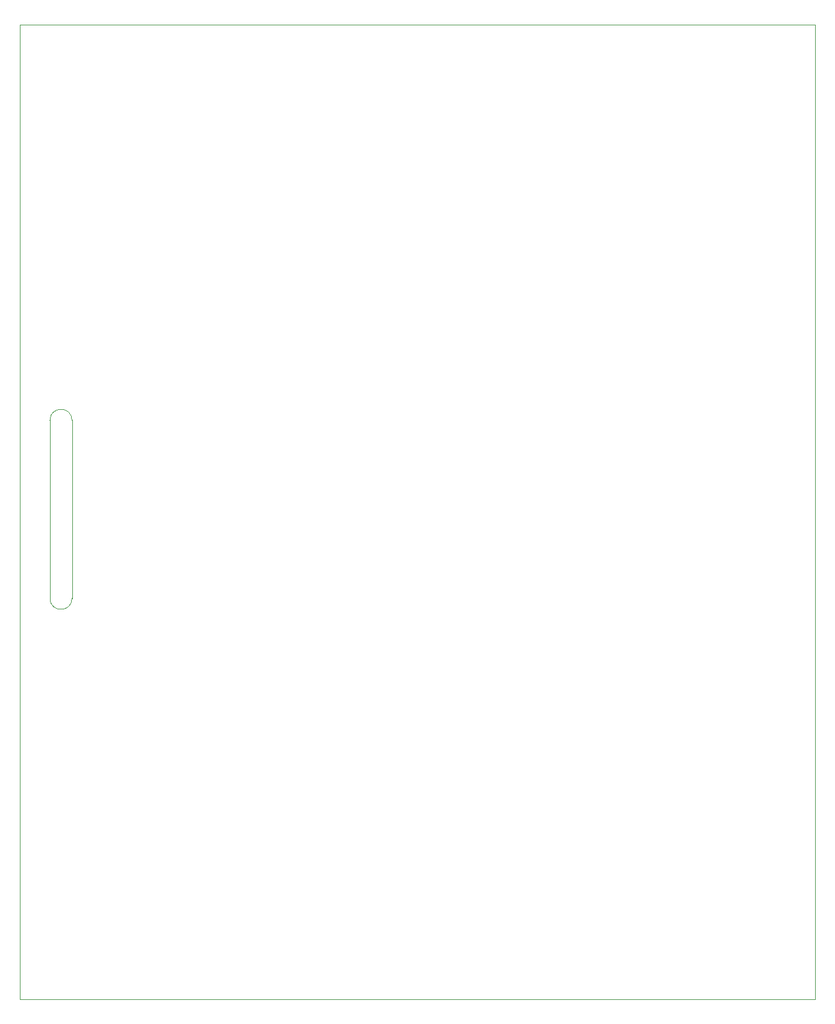
<source format=gbr>
%TF.GenerationSoftware,KiCad,Pcbnew,(5.99.0-10506-gb986797469)*%
%TF.CreationDate,2021-06-08T23:03:07+02:00*%
%TF.ProjectId,Navi_2_0,4e617669-5f32-45f3-902e-6b696361645f,rev?*%
%TF.SameCoordinates,Original*%
%TF.FileFunction,Profile,NP*%
%FSLAX46Y46*%
G04 Gerber Fmt 4.6, Leading zero omitted, Abs format (unit mm)*
G04 Created by KiCad (PCBNEW (5.99.0-10506-gb986797469)) date 2021-06-08 23:03:07*
%MOMM*%
%LPD*%
G01*
G04 APERTURE LIST*
%TA.AperFunction,Profile*%
%ADD10C,0.050000*%
%TD*%
G04 APERTURE END LIST*
D10*
X145350000Y-183950000D02*
X33650000Y-183950000D01*
X40950000Y-127600000D02*
X40950000Y-102600000D01*
X37846000Y-102600000D02*
X37846000Y-127600000D01*
X40950000Y-127600000D02*
G75*
G02*
X37846000Y-127600000I-1552000J0D01*
G01*
X37846000Y-102600000D02*
G75*
G02*
X40950000Y-102600000I1552000J0D01*
G01*
X33650000Y-47000000D02*
X145350000Y-47000000D01*
X145350000Y-47000000D02*
X145350000Y-183950000D01*
X33650000Y-183950000D02*
X33650000Y-47000000D01*
M02*

</source>
